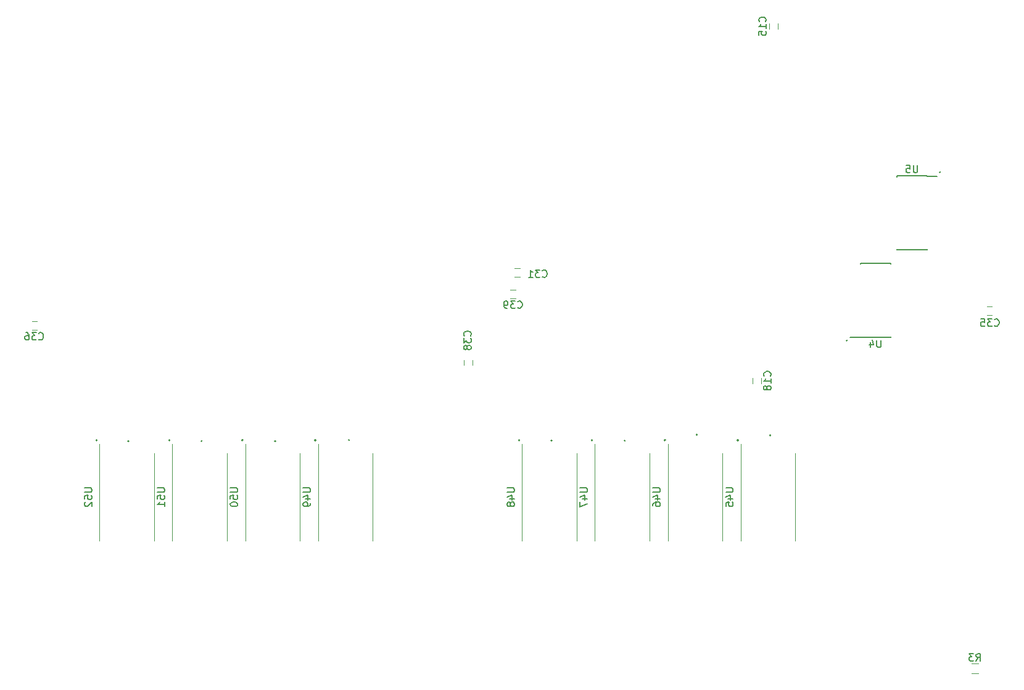
<source format=gbr>
G04 #@! TF.GenerationSoftware,KiCad,Pcbnew,(5.0.0)*
G04 #@! TF.CreationDate,2018-10-30T19:14:45-07:00*
G04 #@! TF.ProjectId,alu,616C752E6B696361645F706362000000,rev?*
G04 #@! TF.SameCoordinates,Original*
G04 #@! TF.FileFunction,Legend,Bot*
G04 #@! TF.FilePolarity,Positive*
%FSLAX46Y46*%
G04 Gerber Fmt 4.6, Leading zero omitted, Abs format (unit mm)*
G04 Created by KiCad (PCBNEW (5.0.0)) date 10/30/18 19:14:45*
%MOMM*%
%LPD*%
G01*
G04 APERTURE LIST*
%ADD10C,0.200000*%
%ADD11C,0.120000*%
%ADD12C,0.100000*%
%ADD13C,0.150000*%
G04 APERTURE END LIST*
D10*
X89525000Y-99325000D02*
G75*
G03X89525000Y-99325000I-75000J0D01*
G01*
X99575000Y-99325000D02*
G75*
G03X99575000Y-99325000I-75000J0D01*
G01*
X109675000Y-99325000D02*
G75*
G03X109675000Y-99325000I-75000J0D01*
G01*
X119800000Y-99175000D02*
G75*
G03X119800000Y-99175000I-75000J0D01*
G01*
X147625000Y-99250000D02*
G75*
G03X147625000Y-99250000I-75000J0D01*
G01*
X157650000Y-99250000D02*
G75*
G03X157650000Y-99250000I-75000J0D01*
G01*
X167550000Y-98450000D02*
G75*
G03X167550000Y-98450000I-75000J0D01*
G01*
X177625000Y-98500000D02*
G75*
G03X177625000Y-98500000I-75000J0D01*
G01*
X188125000Y-85525000D02*
G75*
G03X188125000Y-85525000I-75000J0D01*
G01*
X200925000Y-62400000D02*
G75*
G03X200925000Y-62400000I-75000J0D01*
G01*
G04 #@! TO.C,U45*
X173200000Y-99200000D02*
G75*
G03X173200000Y-99200000I-100000J0D01*
G01*
D11*
X181000000Y-101000000D02*
X181000000Y-113000000D01*
D12*
X173500000Y-113000000D02*
X173500000Y-99750000D01*
D13*
G04 #@! TO.C,U4*
X189925000Y-85050000D02*
X188550000Y-85050000D01*
X189925000Y-74925000D02*
X194075000Y-74925000D01*
X189925000Y-85075000D02*
X194075000Y-85075000D01*
X189925000Y-74925000D02*
X189925000Y-75030000D01*
X194075000Y-74925000D02*
X194075000Y-75030000D01*
X194075000Y-85075000D02*
X194075000Y-84970000D01*
X189925000Y-85075000D02*
X189925000Y-85050000D01*
D11*
G04 #@! TO.C,C15*
X177425000Y-42000000D02*
X177425000Y-42700000D01*
X178625000Y-42700000D02*
X178625000Y-42000000D01*
G04 #@! TO.C,C18*
X176300000Y-91375000D02*
X176300000Y-90675000D01*
X175100000Y-90675000D02*
X175100000Y-91375000D01*
G04 #@! TO.C,C31*
X142475000Y-76750000D02*
X143175000Y-76750000D01*
X143175000Y-75550000D02*
X142475000Y-75550000D01*
G04 #@! TO.C,C35*
X207275000Y-82025000D02*
X207975000Y-82025000D01*
X207975000Y-80825000D02*
X207275000Y-80825000D01*
G04 #@! TO.C,C36*
X76225000Y-84025000D02*
X76925000Y-84025000D01*
X76925000Y-82825000D02*
X76225000Y-82825000D01*
G04 #@! TO.C,C38*
X135475000Y-88175000D02*
X135475000Y-88875000D01*
X136675000Y-88875000D02*
X136675000Y-88175000D01*
G04 #@! TO.C,C39*
X141900000Y-79725000D02*
X142600000Y-79725000D01*
X142600000Y-78525000D02*
X141900000Y-78525000D01*
G04 #@! TO.C,R3*
X206150000Y-129820000D02*
X205150000Y-129820000D01*
X205150000Y-131180000D02*
X206150000Y-131180000D01*
D13*
G04 #@! TO.C,U5*
X199075000Y-62925000D02*
X199075000Y-62950000D01*
X194925000Y-62925000D02*
X194925000Y-63030000D01*
X194925000Y-73075000D02*
X194925000Y-72970000D01*
X199075000Y-73075000D02*
X199075000Y-72970000D01*
X199075000Y-62925000D02*
X194925000Y-62925000D01*
X199075000Y-73075000D02*
X194925000Y-73075000D01*
X199075000Y-62950000D02*
X200450000Y-62950000D01*
D10*
G04 #@! TO.C,U46*
X163200000Y-99200000D02*
G75*
G03X163200000Y-99200000I-100000J0D01*
G01*
D11*
X171000000Y-101000000D02*
X171000000Y-113000000D01*
D12*
X163500000Y-113000000D02*
X163500000Y-99750000D01*
G04 #@! TO.C,U47*
X153500000Y-113000000D02*
X153500000Y-99750000D01*
D11*
X161000000Y-101000000D02*
X161000000Y-113000000D01*
D10*
X153200000Y-99200000D02*
G75*
G03X153200000Y-99200000I-100000J0D01*
G01*
G04 #@! TO.C,U48*
X143200000Y-99200000D02*
G75*
G03X143200000Y-99200000I-100000J0D01*
G01*
D11*
X151000000Y-101000000D02*
X151000000Y-113000000D01*
D12*
X143500000Y-113000000D02*
X143500000Y-99750000D01*
G04 #@! TO.C,U49*
X115500000Y-113000000D02*
X115500000Y-99750000D01*
D11*
X123000000Y-101000000D02*
X123000000Y-113000000D01*
D10*
X115200000Y-99200000D02*
G75*
G03X115200000Y-99200000I-100000J0D01*
G01*
G04 #@! TO.C,U50*
X105200000Y-99200000D02*
G75*
G03X105200000Y-99200000I-100000J0D01*
G01*
D11*
X113000000Y-101000000D02*
X113000000Y-113000000D01*
D12*
X105500000Y-113000000D02*
X105500000Y-99750000D01*
G04 #@! TO.C,U51*
X95500000Y-113000000D02*
X95500000Y-99750000D01*
D11*
X103000000Y-101000000D02*
X103000000Y-113000000D01*
D10*
X95200000Y-99200000D02*
G75*
G03X95200000Y-99200000I-100000J0D01*
G01*
G04 #@! TO.C,U52*
X85200000Y-99200000D02*
G75*
G03X85200000Y-99200000I-100000J0D01*
G01*
D11*
X93000000Y-101000000D02*
X93000000Y-113000000D01*
D12*
X85500000Y-113000000D02*
X85500000Y-99750000D01*
G04 #@! TO.C,U45*
D13*
X171452380Y-105761904D02*
X172261904Y-105761904D01*
X172357142Y-105809523D01*
X172404761Y-105857142D01*
X172452380Y-105952380D01*
X172452380Y-106142857D01*
X172404761Y-106238095D01*
X172357142Y-106285714D01*
X172261904Y-106333333D01*
X171452380Y-106333333D01*
X171785714Y-107238095D02*
X172452380Y-107238095D01*
X171404761Y-107000000D02*
X172119047Y-106761904D01*
X172119047Y-107380952D01*
X171452380Y-108238095D02*
X171452380Y-107761904D01*
X171928571Y-107714285D01*
X171880952Y-107761904D01*
X171833333Y-107857142D01*
X171833333Y-108095238D01*
X171880952Y-108190476D01*
X171928571Y-108238095D01*
X172023809Y-108285714D01*
X172261904Y-108285714D01*
X172357142Y-108238095D01*
X172404761Y-108190476D01*
X172452380Y-108095238D01*
X172452380Y-107857142D01*
X172404761Y-107761904D01*
X172357142Y-107714285D01*
G04 #@! TO.C,U4*
X192761904Y-85452380D02*
X192761904Y-86261904D01*
X192714285Y-86357142D01*
X192666666Y-86404761D01*
X192571428Y-86452380D01*
X192380952Y-86452380D01*
X192285714Y-86404761D01*
X192238095Y-86357142D01*
X192190476Y-86261904D01*
X192190476Y-85452380D01*
X191285714Y-85785714D02*
X191285714Y-86452380D01*
X191523809Y-85404761D02*
X191761904Y-86119047D01*
X191142857Y-86119047D01*
G04 #@! TO.C,C15*
X176882142Y-41707142D02*
X176929761Y-41659523D01*
X176977380Y-41516666D01*
X176977380Y-41421428D01*
X176929761Y-41278571D01*
X176834523Y-41183333D01*
X176739285Y-41135714D01*
X176548809Y-41088095D01*
X176405952Y-41088095D01*
X176215476Y-41135714D01*
X176120238Y-41183333D01*
X176025000Y-41278571D01*
X175977380Y-41421428D01*
X175977380Y-41516666D01*
X176025000Y-41659523D01*
X176072619Y-41707142D01*
X176977380Y-42659523D02*
X176977380Y-42088095D01*
X176977380Y-42373809D02*
X175977380Y-42373809D01*
X176120238Y-42278571D01*
X176215476Y-42183333D01*
X176263095Y-42088095D01*
X175977380Y-43564285D02*
X175977380Y-43088095D01*
X176453571Y-43040476D01*
X176405952Y-43088095D01*
X176358333Y-43183333D01*
X176358333Y-43421428D01*
X176405952Y-43516666D01*
X176453571Y-43564285D01*
X176548809Y-43611904D01*
X176786904Y-43611904D01*
X176882142Y-43564285D01*
X176929761Y-43516666D01*
X176977380Y-43421428D01*
X176977380Y-43183333D01*
X176929761Y-43088095D01*
X176882142Y-43040476D01*
G04 #@! TO.C,C18*
X177557142Y-90382142D02*
X177604761Y-90334523D01*
X177652380Y-90191666D01*
X177652380Y-90096428D01*
X177604761Y-89953571D01*
X177509523Y-89858333D01*
X177414285Y-89810714D01*
X177223809Y-89763095D01*
X177080952Y-89763095D01*
X176890476Y-89810714D01*
X176795238Y-89858333D01*
X176700000Y-89953571D01*
X176652380Y-90096428D01*
X176652380Y-90191666D01*
X176700000Y-90334523D01*
X176747619Y-90382142D01*
X177652380Y-91334523D02*
X177652380Y-90763095D01*
X177652380Y-91048809D02*
X176652380Y-91048809D01*
X176795238Y-90953571D01*
X176890476Y-90858333D01*
X176938095Y-90763095D01*
X177080952Y-91905952D02*
X177033333Y-91810714D01*
X176985714Y-91763095D01*
X176890476Y-91715476D01*
X176842857Y-91715476D01*
X176747619Y-91763095D01*
X176700000Y-91810714D01*
X176652380Y-91905952D01*
X176652380Y-92096428D01*
X176700000Y-92191666D01*
X176747619Y-92239285D01*
X176842857Y-92286904D01*
X176890476Y-92286904D01*
X176985714Y-92239285D01*
X177033333Y-92191666D01*
X177080952Y-92096428D01*
X177080952Y-91905952D01*
X177128571Y-91810714D01*
X177176190Y-91763095D01*
X177271428Y-91715476D01*
X177461904Y-91715476D01*
X177557142Y-91763095D01*
X177604761Y-91810714D01*
X177652380Y-91905952D01*
X177652380Y-92096428D01*
X177604761Y-92191666D01*
X177557142Y-92239285D01*
X177461904Y-92286904D01*
X177271428Y-92286904D01*
X177176190Y-92239285D01*
X177128571Y-92191666D01*
X177080952Y-92096428D01*
G04 #@! TO.C,C31*
X146292857Y-76732142D02*
X146340476Y-76779761D01*
X146483333Y-76827380D01*
X146578571Y-76827380D01*
X146721428Y-76779761D01*
X146816666Y-76684523D01*
X146864285Y-76589285D01*
X146911904Y-76398809D01*
X146911904Y-76255952D01*
X146864285Y-76065476D01*
X146816666Y-75970238D01*
X146721428Y-75875000D01*
X146578571Y-75827380D01*
X146483333Y-75827380D01*
X146340476Y-75875000D01*
X146292857Y-75922619D01*
X145959523Y-75827380D02*
X145340476Y-75827380D01*
X145673809Y-76208333D01*
X145530952Y-76208333D01*
X145435714Y-76255952D01*
X145388095Y-76303571D01*
X145340476Y-76398809D01*
X145340476Y-76636904D01*
X145388095Y-76732142D01*
X145435714Y-76779761D01*
X145530952Y-76827380D01*
X145816666Y-76827380D01*
X145911904Y-76779761D01*
X145959523Y-76732142D01*
X144388095Y-76827380D02*
X144959523Y-76827380D01*
X144673809Y-76827380D02*
X144673809Y-75827380D01*
X144769047Y-75970238D01*
X144864285Y-76065476D01*
X144959523Y-76113095D01*
G04 #@! TO.C,C35*
X208342857Y-83457142D02*
X208390476Y-83504761D01*
X208533333Y-83552380D01*
X208628571Y-83552380D01*
X208771428Y-83504761D01*
X208866666Y-83409523D01*
X208914285Y-83314285D01*
X208961904Y-83123809D01*
X208961904Y-82980952D01*
X208914285Y-82790476D01*
X208866666Y-82695238D01*
X208771428Y-82600000D01*
X208628571Y-82552380D01*
X208533333Y-82552380D01*
X208390476Y-82600000D01*
X208342857Y-82647619D01*
X208009523Y-82552380D02*
X207390476Y-82552380D01*
X207723809Y-82933333D01*
X207580952Y-82933333D01*
X207485714Y-82980952D01*
X207438095Y-83028571D01*
X207390476Y-83123809D01*
X207390476Y-83361904D01*
X207438095Y-83457142D01*
X207485714Y-83504761D01*
X207580952Y-83552380D01*
X207866666Y-83552380D01*
X207961904Y-83504761D01*
X208009523Y-83457142D01*
X206485714Y-82552380D02*
X206961904Y-82552380D01*
X207009523Y-83028571D01*
X206961904Y-82980952D01*
X206866666Y-82933333D01*
X206628571Y-82933333D01*
X206533333Y-82980952D01*
X206485714Y-83028571D01*
X206438095Y-83123809D01*
X206438095Y-83361904D01*
X206485714Y-83457142D01*
X206533333Y-83504761D01*
X206628571Y-83552380D01*
X206866666Y-83552380D01*
X206961904Y-83504761D01*
X207009523Y-83457142D01*
G04 #@! TO.C,C36*
X77167857Y-85332142D02*
X77215476Y-85379761D01*
X77358333Y-85427380D01*
X77453571Y-85427380D01*
X77596428Y-85379761D01*
X77691666Y-85284523D01*
X77739285Y-85189285D01*
X77786904Y-84998809D01*
X77786904Y-84855952D01*
X77739285Y-84665476D01*
X77691666Y-84570238D01*
X77596428Y-84475000D01*
X77453571Y-84427380D01*
X77358333Y-84427380D01*
X77215476Y-84475000D01*
X77167857Y-84522619D01*
X76834523Y-84427380D02*
X76215476Y-84427380D01*
X76548809Y-84808333D01*
X76405952Y-84808333D01*
X76310714Y-84855952D01*
X76263095Y-84903571D01*
X76215476Y-84998809D01*
X76215476Y-85236904D01*
X76263095Y-85332142D01*
X76310714Y-85379761D01*
X76405952Y-85427380D01*
X76691666Y-85427380D01*
X76786904Y-85379761D01*
X76834523Y-85332142D01*
X75358333Y-84427380D02*
X75548809Y-84427380D01*
X75644047Y-84475000D01*
X75691666Y-84522619D01*
X75786904Y-84665476D01*
X75834523Y-84855952D01*
X75834523Y-85236904D01*
X75786904Y-85332142D01*
X75739285Y-85379761D01*
X75644047Y-85427380D01*
X75453571Y-85427380D01*
X75358333Y-85379761D01*
X75310714Y-85332142D01*
X75263095Y-85236904D01*
X75263095Y-84998809D01*
X75310714Y-84903571D01*
X75358333Y-84855952D01*
X75453571Y-84808333D01*
X75644047Y-84808333D01*
X75739285Y-84855952D01*
X75786904Y-84903571D01*
X75834523Y-84998809D01*
G04 #@! TO.C,C38*
X136407142Y-84857142D02*
X136454761Y-84809523D01*
X136502380Y-84666666D01*
X136502380Y-84571428D01*
X136454761Y-84428571D01*
X136359523Y-84333333D01*
X136264285Y-84285714D01*
X136073809Y-84238095D01*
X135930952Y-84238095D01*
X135740476Y-84285714D01*
X135645238Y-84333333D01*
X135550000Y-84428571D01*
X135502380Y-84571428D01*
X135502380Y-84666666D01*
X135550000Y-84809523D01*
X135597619Y-84857142D01*
X135502380Y-85190476D02*
X135502380Y-85809523D01*
X135883333Y-85476190D01*
X135883333Y-85619047D01*
X135930952Y-85714285D01*
X135978571Y-85761904D01*
X136073809Y-85809523D01*
X136311904Y-85809523D01*
X136407142Y-85761904D01*
X136454761Y-85714285D01*
X136502380Y-85619047D01*
X136502380Y-85333333D01*
X136454761Y-85238095D01*
X136407142Y-85190476D01*
X135930952Y-86380952D02*
X135883333Y-86285714D01*
X135835714Y-86238095D01*
X135740476Y-86190476D01*
X135692857Y-86190476D01*
X135597619Y-86238095D01*
X135550000Y-86285714D01*
X135502380Y-86380952D01*
X135502380Y-86571428D01*
X135550000Y-86666666D01*
X135597619Y-86714285D01*
X135692857Y-86761904D01*
X135740476Y-86761904D01*
X135835714Y-86714285D01*
X135883333Y-86666666D01*
X135930952Y-86571428D01*
X135930952Y-86380952D01*
X135978571Y-86285714D01*
X136026190Y-86238095D01*
X136121428Y-86190476D01*
X136311904Y-86190476D01*
X136407142Y-86238095D01*
X136454761Y-86285714D01*
X136502380Y-86380952D01*
X136502380Y-86571428D01*
X136454761Y-86666666D01*
X136407142Y-86714285D01*
X136311904Y-86761904D01*
X136121428Y-86761904D01*
X136026190Y-86714285D01*
X135978571Y-86666666D01*
X135930952Y-86571428D01*
G04 #@! TO.C,C39*
X142892857Y-80982142D02*
X142940476Y-81029761D01*
X143083333Y-81077380D01*
X143178571Y-81077380D01*
X143321428Y-81029761D01*
X143416666Y-80934523D01*
X143464285Y-80839285D01*
X143511904Y-80648809D01*
X143511904Y-80505952D01*
X143464285Y-80315476D01*
X143416666Y-80220238D01*
X143321428Y-80125000D01*
X143178571Y-80077380D01*
X143083333Y-80077380D01*
X142940476Y-80125000D01*
X142892857Y-80172619D01*
X142559523Y-80077380D02*
X141940476Y-80077380D01*
X142273809Y-80458333D01*
X142130952Y-80458333D01*
X142035714Y-80505952D01*
X141988095Y-80553571D01*
X141940476Y-80648809D01*
X141940476Y-80886904D01*
X141988095Y-80982142D01*
X142035714Y-81029761D01*
X142130952Y-81077380D01*
X142416666Y-81077380D01*
X142511904Y-81029761D01*
X142559523Y-80982142D01*
X141464285Y-81077380D02*
X141273809Y-81077380D01*
X141178571Y-81029761D01*
X141130952Y-80982142D01*
X141035714Y-80839285D01*
X140988095Y-80648809D01*
X140988095Y-80267857D01*
X141035714Y-80172619D01*
X141083333Y-80125000D01*
X141178571Y-80077380D01*
X141369047Y-80077380D01*
X141464285Y-80125000D01*
X141511904Y-80172619D01*
X141559523Y-80267857D01*
X141559523Y-80505952D01*
X141511904Y-80601190D01*
X141464285Y-80648809D01*
X141369047Y-80696428D01*
X141178571Y-80696428D01*
X141083333Y-80648809D01*
X141035714Y-80601190D01*
X140988095Y-80505952D01*
G04 #@! TO.C,R3*
X205816666Y-129502380D02*
X206150000Y-129026190D01*
X206388095Y-129502380D02*
X206388095Y-128502380D01*
X206007142Y-128502380D01*
X205911904Y-128550000D01*
X205864285Y-128597619D01*
X205816666Y-128692857D01*
X205816666Y-128835714D01*
X205864285Y-128930952D01*
X205911904Y-128978571D01*
X206007142Y-129026190D01*
X206388095Y-129026190D01*
X205483333Y-128502380D02*
X204864285Y-128502380D01*
X205197619Y-128883333D01*
X205054761Y-128883333D01*
X204959523Y-128930952D01*
X204911904Y-128978571D01*
X204864285Y-129073809D01*
X204864285Y-129311904D01*
X204911904Y-129407142D01*
X204959523Y-129454761D01*
X205054761Y-129502380D01*
X205340476Y-129502380D01*
X205435714Y-129454761D01*
X205483333Y-129407142D01*
G04 #@! TO.C,U5*
X197761904Y-61452380D02*
X197761904Y-62261904D01*
X197714285Y-62357142D01*
X197666666Y-62404761D01*
X197571428Y-62452380D01*
X197380952Y-62452380D01*
X197285714Y-62404761D01*
X197238095Y-62357142D01*
X197190476Y-62261904D01*
X197190476Y-61452380D01*
X196238095Y-61452380D02*
X196714285Y-61452380D01*
X196761904Y-61928571D01*
X196714285Y-61880952D01*
X196619047Y-61833333D01*
X196380952Y-61833333D01*
X196285714Y-61880952D01*
X196238095Y-61928571D01*
X196190476Y-62023809D01*
X196190476Y-62261904D01*
X196238095Y-62357142D01*
X196285714Y-62404761D01*
X196380952Y-62452380D01*
X196619047Y-62452380D01*
X196714285Y-62404761D01*
X196761904Y-62357142D01*
G04 #@! TO.C,U46*
X161452380Y-105761904D02*
X162261904Y-105761904D01*
X162357142Y-105809523D01*
X162404761Y-105857142D01*
X162452380Y-105952380D01*
X162452380Y-106142857D01*
X162404761Y-106238095D01*
X162357142Y-106285714D01*
X162261904Y-106333333D01*
X161452380Y-106333333D01*
X161785714Y-107238095D02*
X162452380Y-107238095D01*
X161404761Y-107000000D02*
X162119047Y-106761904D01*
X162119047Y-107380952D01*
X161452380Y-108190476D02*
X161452380Y-108000000D01*
X161500000Y-107904761D01*
X161547619Y-107857142D01*
X161690476Y-107761904D01*
X161880952Y-107714285D01*
X162261904Y-107714285D01*
X162357142Y-107761904D01*
X162404761Y-107809523D01*
X162452380Y-107904761D01*
X162452380Y-108095238D01*
X162404761Y-108190476D01*
X162357142Y-108238095D01*
X162261904Y-108285714D01*
X162023809Y-108285714D01*
X161928571Y-108238095D01*
X161880952Y-108190476D01*
X161833333Y-108095238D01*
X161833333Y-107904761D01*
X161880952Y-107809523D01*
X161928571Y-107761904D01*
X162023809Y-107714285D01*
G04 #@! TO.C,U47*
X151452380Y-105761904D02*
X152261904Y-105761904D01*
X152357142Y-105809523D01*
X152404761Y-105857142D01*
X152452380Y-105952380D01*
X152452380Y-106142857D01*
X152404761Y-106238095D01*
X152357142Y-106285714D01*
X152261904Y-106333333D01*
X151452380Y-106333333D01*
X151785714Y-107238095D02*
X152452380Y-107238095D01*
X151404761Y-107000000D02*
X152119047Y-106761904D01*
X152119047Y-107380952D01*
X151452380Y-107666666D02*
X151452380Y-108333333D01*
X152452380Y-107904761D01*
G04 #@! TO.C,U48*
X141452380Y-105761904D02*
X142261904Y-105761904D01*
X142357142Y-105809523D01*
X142404761Y-105857142D01*
X142452380Y-105952380D01*
X142452380Y-106142857D01*
X142404761Y-106238095D01*
X142357142Y-106285714D01*
X142261904Y-106333333D01*
X141452380Y-106333333D01*
X141785714Y-107238095D02*
X142452380Y-107238095D01*
X141404761Y-107000000D02*
X142119047Y-106761904D01*
X142119047Y-107380952D01*
X141880952Y-107904761D02*
X141833333Y-107809523D01*
X141785714Y-107761904D01*
X141690476Y-107714285D01*
X141642857Y-107714285D01*
X141547619Y-107761904D01*
X141500000Y-107809523D01*
X141452380Y-107904761D01*
X141452380Y-108095238D01*
X141500000Y-108190476D01*
X141547619Y-108238095D01*
X141642857Y-108285714D01*
X141690476Y-108285714D01*
X141785714Y-108238095D01*
X141833333Y-108190476D01*
X141880952Y-108095238D01*
X141880952Y-107904761D01*
X141928571Y-107809523D01*
X141976190Y-107761904D01*
X142071428Y-107714285D01*
X142261904Y-107714285D01*
X142357142Y-107761904D01*
X142404761Y-107809523D01*
X142452380Y-107904761D01*
X142452380Y-108095238D01*
X142404761Y-108190476D01*
X142357142Y-108238095D01*
X142261904Y-108285714D01*
X142071428Y-108285714D01*
X141976190Y-108238095D01*
X141928571Y-108190476D01*
X141880952Y-108095238D01*
G04 #@! TO.C,U49*
X113452380Y-105761904D02*
X114261904Y-105761904D01*
X114357142Y-105809523D01*
X114404761Y-105857142D01*
X114452380Y-105952380D01*
X114452380Y-106142857D01*
X114404761Y-106238095D01*
X114357142Y-106285714D01*
X114261904Y-106333333D01*
X113452380Y-106333333D01*
X113785714Y-107238095D02*
X114452380Y-107238095D01*
X113404761Y-107000000D02*
X114119047Y-106761904D01*
X114119047Y-107380952D01*
X114452380Y-107809523D02*
X114452380Y-108000000D01*
X114404761Y-108095238D01*
X114357142Y-108142857D01*
X114214285Y-108238095D01*
X114023809Y-108285714D01*
X113642857Y-108285714D01*
X113547619Y-108238095D01*
X113500000Y-108190476D01*
X113452380Y-108095238D01*
X113452380Y-107904761D01*
X113500000Y-107809523D01*
X113547619Y-107761904D01*
X113642857Y-107714285D01*
X113880952Y-107714285D01*
X113976190Y-107761904D01*
X114023809Y-107809523D01*
X114071428Y-107904761D01*
X114071428Y-108095238D01*
X114023809Y-108190476D01*
X113976190Y-108238095D01*
X113880952Y-108285714D01*
G04 #@! TO.C,U50*
X103452380Y-105761904D02*
X104261904Y-105761904D01*
X104357142Y-105809523D01*
X104404761Y-105857142D01*
X104452380Y-105952380D01*
X104452380Y-106142857D01*
X104404761Y-106238095D01*
X104357142Y-106285714D01*
X104261904Y-106333333D01*
X103452380Y-106333333D01*
X103452380Y-107285714D02*
X103452380Y-106809523D01*
X103928571Y-106761904D01*
X103880952Y-106809523D01*
X103833333Y-106904761D01*
X103833333Y-107142857D01*
X103880952Y-107238095D01*
X103928571Y-107285714D01*
X104023809Y-107333333D01*
X104261904Y-107333333D01*
X104357142Y-107285714D01*
X104404761Y-107238095D01*
X104452380Y-107142857D01*
X104452380Y-106904761D01*
X104404761Y-106809523D01*
X104357142Y-106761904D01*
X103452380Y-107952380D02*
X103452380Y-108047619D01*
X103500000Y-108142857D01*
X103547619Y-108190476D01*
X103642857Y-108238095D01*
X103833333Y-108285714D01*
X104071428Y-108285714D01*
X104261904Y-108238095D01*
X104357142Y-108190476D01*
X104404761Y-108142857D01*
X104452380Y-108047619D01*
X104452380Y-107952380D01*
X104404761Y-107857142D01*
X104357142Y-107809523D01*
X104261904Y-107761904D01*
X104071428Y-107714285D01*
X103833333Y-107714285D01*
X103642857Y-107761904D01*
X103547619Y-107809523D01*
X103500000Y-107857142D01*
X103452380Y-107952380D01*
G04 #@! TO.C,U51*
X93452380Y-105761904D02*
X94261904Y-105761904D01*
X94357142Y-105809523D01*
X94404761Y-105857142D01*
X94452380Y-105952380D01*
X94452380Y-106142857D01*
X94404761Y-106238095D01*
X94357142Y-106285714D01*
X94261904Y-106333333D01*
X93452380Y-106333333D01*
X93452380Y-107285714D02*
X93452380Y-106809523D01*
X93928571Y-106761904D01*
X93880952Y-106809523D01*
X93833333Y-106904761D01*
X93833333Y-107142857D01*
X93880952Y-107238095D01*
X93928571Y-107285714D01*
X94023809Y-107333333D01*
X94261904Y-107333333D01*
X94357142Y-107285714D01*
X94404761Y-107238095D01*
X94452380Y-107142857D01*
X94452380Y-106904761D01*
X94404761Y-106809523D01*
X94357142Y-106761904D01*
X94452380Y-108285714D02*
X94452380Y-107714285D01*
X94452380Y-108000000D02*
X93452380Y-108000000D01*
X93595238Y-107904761D01*
X93690476Y-107809523D01*
X93738095Y-107714285D01*
G04 #@! TO.C,U52*
X83452380Y-105761904D02*
X84261904Y-105761904D01*
X84357142Y-105809523D01*
X84404761Y-105857142D01*
X84452380Y-105952380D01*
X84452380Y-106142857D01*
X84404761Y-106238095D01*
X84357142Y-106285714D01*
X84261904Y-106333333D01*
X83452380Y-106333333D01*
X83452380Y-107285714D02*
X83452380Y-106809523D01*
X83928571Y-106761904D01*
X83880952Y-106809523D01*
X83833333Y-106904761D01*
X83833333Y-107142857D01*
X83880952Y-107238095D01*
X83928571Y-107285714D01*
X84023809Y-107333333D01*
X84261904Y-107333333D01*
X84357142Y-107285714D01*
X84404761Y-107238095D01*
X84452380Y-107142857D01*
X84452380Y-106904761D01*
X84404761Y-106809523D01*
X84357142Y-106761904D01*
X83547619Y-107714285D02*
X83500000Y-107761904D01*
X83452380Y-107857142D01*
X83452380Y-108095238D01*
X83500000Y-108190476D01*
X83547619Y-108238095D01*
X83642857Y-108285714D01*
X83738095Y-108285714D01*
X83880952Y-108238095D01*
X84452380Y-107666666D01*
X84452380Y-108285714D01*
G04 #@! TD*
M02*

</source>
